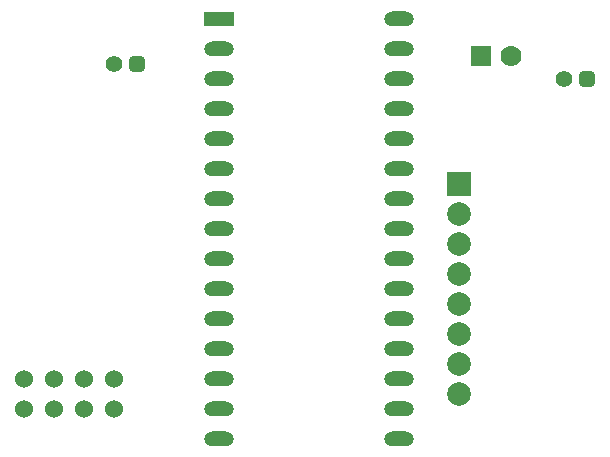
<source format=gbl>
G04 Layer_Physical_Order=2*
G04 Layer_Color=11436288*
%FSLAX25Y25*%
%MOIN*%
G70*
G01*
G75*
G04:AMPARAMS|DCode=11|XSize=55.12mil|YSize=55.12mil|CornerRadius=16.54mil|HoleSize=0mil|Usage=FLASHONLY|Rotation=0.000|XOffset=0mil|YOffset=0mil|HoleType=Round|Shape=RoundedRectangle|*
%AMROUNDEDRECTD11*
21,1,0.05512,0.02205,0,0,0.0*
21,1,0.02205,0.05512,0,0,0.0*
1,1,0.03307,0.01102,-0.01102*
1,1,0.03307,-0.01102,-0.01102*
1,1,0.03307,-0.01102,0.01102*
1,1,0.03307,0.01102,0.01102*
%
%ADD11ROUNDEDRECTD11*%
%ADD12C,0.05512*%
%ADD13C,0.07000*%
%ADD14R,0.07000X0.07000*%
%ADD15C,0.06000*%
%ADD16O,0.10000X0.05000*%
%ADD17R,0.10000X0.05000*%
%ADD18R,0.07874X0.07874*%
%ADD19C,0.07874*%
D11*
X322874Y390000D02*
D03*
X172874Y395000D02*
D03*
D12*
X315000Y390000D02*
D03*
X165000Y395000D02*
D03*
D13*
X297500Y397500D02*
D03*
D14*
X287500D02*
D03*
D15*
X135000Y290000D02*
D03*
Y280000D02*
D03*
X145000Y290000D02*
D03*
Y280000D02*
D03*
X155000Y290000D02*
D03*
Y280000D02*
D03*
X165000Y290000D02*
D03*
Y280000D02*
D03*
D16*
X260000Y270000D02*
D03*
Y280000D02*
D03*
Y290000D02*
D03*
Y300000D02*
D03*
Y310000D02*
D03*
Y320000D02*
D03*
Y330000D02*
D03*
Y340000D02*
D03*
Y350000D02*
D03*
Y360000D02*
D03*
Y370000D02*
D03*
Y380000D02*
D03*
Y390000D02*
D03*
Y400000D02*
D03*
Y410000D02*
D03*
X200000Y270000D02*
D03*
Y280000D02*
D03*
Y290000D02*
D03*
Y300000D02*
D03*
Y310000D02*
D03*
Y320000D02*
D03*
Y330000D02*
D03*
Y340000D02*
D03*
Y350000D02*
D03*
Y360000D02*
D03*
Y370000D02*
D03*
Y380000D02*
D03*
Y390000D02*
D03*
Y400000D02*
D03*
D17*
Y410000D02*
D03*
D18*
X280000Y355000D02*
D03*
D19*
Y345000D02*
D03*
Y335000D02*
D03*
Y325000D02*
D03*
Y315000D02*
D03*
Y305000D02*
D03*
Y295000D02*
D03*
Y285000D02*
D03*
M02*

</source>
